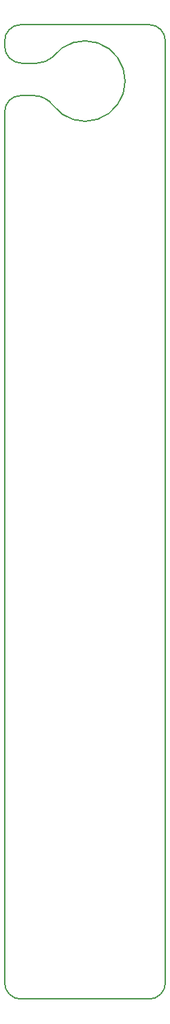
<source format=gm1>
G04 #@! TF.FileFunction,Profile,NP*
%FSLAX46Y46*%
G04 Gerber Fmt 4.6, Leading zero omitted, Abs format (unit mm)*
G04 Created by KiCad (PCBNEW 4.0.6) date Sat May 20 01:56:05 2017*
%MOMM*%
%LPD*%
G01*
G04 APERTURE LIST*
%ADD10C,0.100000*%
%ADD11C,0.150000*%
G04 APERTURE END LIST*
D10*
D11*
X137000000Y-37000000D02*
X137000000Y-37500000D01*
X117000000Y-37100000D02*
X117000000Y-37600000D01*
X123000000Y-45000000D02*
G75*
G03X123000000Y-39000000I4000000J3000000D01*
G01*
X119100000Y-39773214D02*
X121000000Y-39773214D01*
X119000000Y-43800000D02*
X120600000Y-43800000D01*
X117000000Y-154000000D02*
X117000000Y-45800000D01*
X135000000Y-156000000D02*
X119000000Y-156000000D01*
X137000000Y-154000000D02*
X137000000Y-121500000D01*
X137000000Y-37500000D02*
X137000000Y-46000000D01*
X119000000Y-35000000D02*
X135000000Y-35000000D01*
X121000000Y-39773214D02*
G75*
G03X123000000Y-39000000I0J2973214D01*
G01*
X123000000Y-45000000D02*
G75*
G03X120600000Y-43800000I-2400000J-1800000D01*
G01*
X119000000Y-43800000D02*
G75*
G03X117000000Y-45800000I0J-2000000D01*
G01*
X117001275Y-37600045D02*
G75*
G03X119100000Y-39773214I2098725J-73169D01*
G01*
X119000000Y-35000000D02*
G75*
G03X117000000Y-37102498I0J-2002498D01*
G01*
X137000000Y-37000000D02*
G75*
G03X135000000Y-35000000I-2000000J0D01*
G01*
X135000000Y-156000000D02*
G75*
G03X137000000Y-154000000I0J2000000D01*
G01*
X117000000Y-154000000D02*
G75*
G03X119000000Y-156000000I2000000J0D01*
G01*
X137000000Y-121500000D02*
X137000000Y-46000000D01*
M02*

</source>
